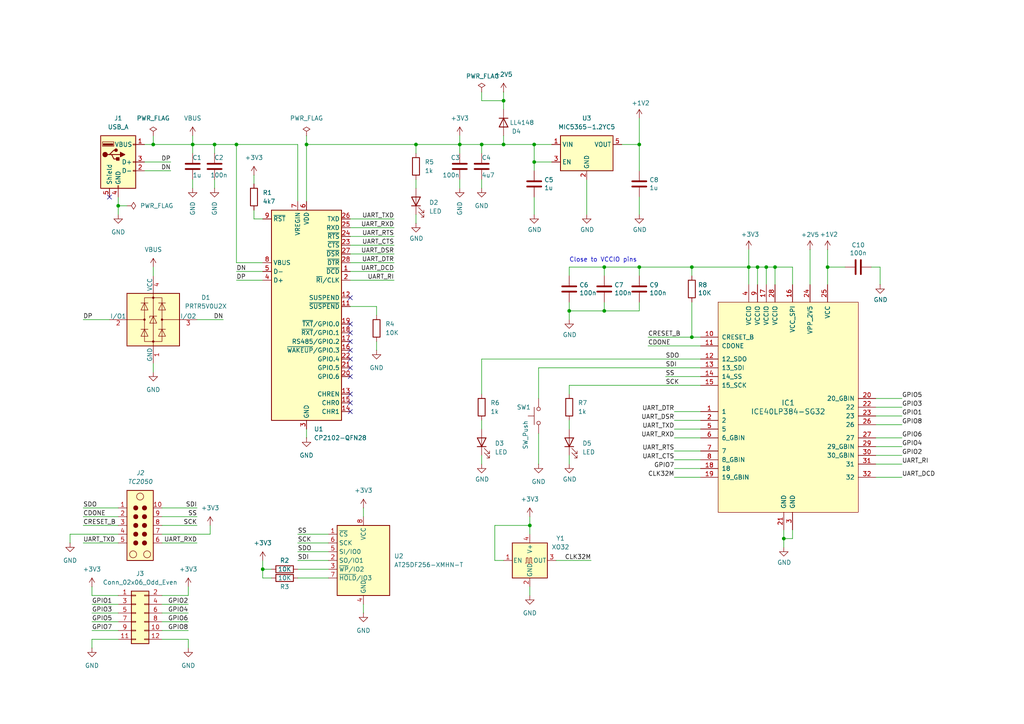
<source format=kicad_sch>
(kicad_sch (version 20250114) (generator "eeschema") (generator_version "9.0")
  (paper "A4")
  (lib_symbols
    (symbol "Connector:TC2050" (in_bom no)
      (property "Reference" "J" (at 1.27 11.43 0))
      (property "Value" "TC2050" (at 1.27 -11.43 0))
      (symbol "TC2050_1_1"
        (rectangle (start -2.54 10.16) (end 5.08 -10.16) (stroke (width 0.254)) (fill (type background)))
        (circle (center -0.762 -8.382) (radius 1.016))
        (circle (center 0 5.08) (radius 0.635) (fill (type outline)))
        (circle (center 0 2.54) (radius 0.635) (fill (type outline)))
        (circle (center 0 0) (radius 0.635) (fill (type outline)))
        (circle (center 0 -2.54) (radius 0.635) (fill (type outline)))
        (circle (center 0 -5.08) (radius 0.635) (fill (type outline)))
        (circle (center 1.27 8.382) (radius 1.016))
        (circle (center 2.54 5.08) (radius 0.635) (fill (type outline)))
        (circle (center 2.54 2.54) (radius 0.635) (fill (type outline)))
        (circle (center 2.54 0) (radius 0.635) (fill (type outline)))
        (circle (center 2.54 -2.54) (radius 0.635) (fill (type outline)))
        (circle (center 2.54 -5.08) (radius 0.635) (fill (type outline)))
        (circle (center 3.302 -8.382) (radius 1.016))
        (pin passive line (at -5.08 5.08 0) (length 2.54) (name "~") (number "1"))
        (pin passive line (at -5.08 2.54 0) (length 2.54) (name "~") (number "2"))
        (pin passive line (at -5.08 0 0) (length 2.54) (name "~") (number "3"))
        (pin passive line (at -5.08 -2.54 0) (length 2.54) (name "~") (number "4"))
        (pin passive line (at -5.08 -5.08 0) (length 2.54) (name "~") (number "5"))
        (pin passive line (at 7.62 5.08 180) (length 2.54) (name "~") (number "10"))
        (pin passive line (at 7.62 2.54 180) (length 2.54) (name "~") (number "9"))
        (pin passive line (at 7.62 0 180) (length 2.54) (name "~") (number "8"))
        (pin passive line (at 7.62 -2.54 180) (length 2.54) (name "~") (number "7"))
        (pin passive line (at 7.62 -5.08 180) (length 2.54) (name "~") (number "6"))
      )
    )
    (symbol "Connector:USB_A" (pin_names (offset 1.016))
      (property "Reference" "J" (at -5.08 11.43 0))
      (property "Value" "USB_A" (at -5.08 8.89 0))
      (symbol "USB_A_0_1"
        (rectangle (start -5.08 -7.62) (end 5.08 7.62) (stroke (width 0.254)) (fill (type background)))
        (circle (center -3.81 2.159) (radius 0.635) (stroke (width 0.254)) (fill (type outline)))
        (polyline (pts (xy -3.175 2.159) (xy -2.54 2.159) (xy -1.27 3.429) (xy -0.635 3.429)) (stroke (width 0.254)))
        (polyline (pts (xy -2.54 2.159) (xy -1.905 2.159) (xy -1.27 0.889) (xy 0 0.889)) (stroke (width 0.254)))
        (rectangle (start -1.524 4.826) (end -4.318 5.334) (fill (type outline)))
        (rectangle (start -1.27 4.572) (end -4.572 5.842))
        (circle (center -0.635 3.429) (radius 0.381) (stroke (width 0.254)) (fill (type outline)))
        (rectangle (start -0.127 -7.62) (end 0.127 -6.858))
        (rectangle (start 0.254 1.27) (end -0.508 0.508) (stroke (width 0.254)) (fill (type outline)))
        (polyline (pts (xy 0.635 2.794) (xy 0.635 1.524) (xy 1.905 2.159) (xy 0.635 2.794)) (stroke (width 0.254)) (fill (type outline)))
        (rectangle (start 5.08 4.953) (end 4.318 5.207))
        (rectangle (start 5.08 -0.127) (end 4.318 0.127))
        (rectangle (start 5.08 -2.667) (end 4.318 -2.413))
      )
      (symbol "USB_A_1_1"
        (polyline (pts (xy -1.905 2.159) (xy 0.635 2.159)) (stroke (width 0.254)))
        (pin passive line (at -2.54 -10.16 90) (length 2.54) (name "Shield") (number "5"))
        (pin power_in line (at 0 -10.16 90) (length 2.54) (name "GND") (number "4"))
        (pin power_in line (at 7.62 5.08 180) (length 2.54) (name "VBUS") (number "1"))
        (pin bidirectional line (at 7.62 0 180) (length 2.54) (name "D+") (number "3"))
        (pin bidirectional line (at 7.62 -2.54 180) (length 2.54) (name "D-") (number "2"))
      )
    )
    (symbol "Connector_Generic:Conn_02x06_Odd_Even" (pin_names (offset 1.016) (hide yes))
      (property "Reference" "J" (at 1.27 7.62 0))
      (property "Value" "Conn_02x06_Odd_Even" (at 1.27 -10.16 0))
      (symbol "Conn_02x06_Odd_Even_1_1"
        (rectangle (start -1.27 6.35) (end 3.81 -8.89) (stroke (width 0.254)) (fill (type background)))
        (rectangle (start -1.27 5.207) (end 0 4.953) (stroke (width 0.1524)))
        (rectangle (start -1.27 2.667) (end 0 2.413) (stroke (width 0.1524)))
        (rectangle (start -1.27 0.127) (end 0 -0.127) (stroke (width 0.1524)))
        (rectangle (start -1.27 -2.413) (end 0 -2.667) (stroke (width 0.1524)))
        (rectangle (start -1.27 -4.953) (end 0 -5.207) (stroke (width 0.1524)))
        (rectangle (start -1.27 -7.493) (end 0 -7.747) (stroke (width 0.1524)))
        (rectangle (start 3.81 5.207) (end 2.54 4.953) (stroke (width 0.1524)))
        (rectangle (start 3.81 2.667) (end 2.54 2.413) (stroke (width 0.1524)))
        (rectangle (start 3.81 0.127) (end 2.54 -0.127) (stroke (width 0.1524)))
        (rectangle (start 3.81 -2.413) (end 2.54 -2.667) (stroke (width 0.1524)))
        (rectangle (start 3.81 -4.953) (end 2.54 -5.207) (stroke (width 0.1524)))
        (rectangle (start 3.81 -7.493) (end 2.54 -7.747) (stroke (width 0.1524)))
        (pin passive line (at -5.08 5.08 0) (length 3.81) (name "Pin_1") (number "1"))
        (pin passive line (at -5.08 2.54 0) (length 3.81) (name "Pin_3") (number "3"))
        (pin passive line (at -5.08 0 0) (length 3.81) (name "Pin_5") (number "5"))
        (pin passive line (at -5.08 -2.54 0) (length 3.81) (name "Pin_7") (number "7"))
        (pin passive line (at -5.08 -5.08 0) (length 3.81) (name "Pin_9") (number "9"))
        (pin passive line (at -5.08 -7.62 0) (length 3.81) (name "Pin_11") (number "11"))
        (pin passive line (at 7.62 5.08 180) (length 3.81) (name "Pin_2") (number "2"))
        (pin passive line (at 7.62 2.54 180) (length 3.81) (name "Pin_4") (number "4"))
        (pin passive line (at 7.62 0 180) (length 3.81) (name "Pin_6") (number "6"))
        (pin passive line (at 7.62 -2.54 180) (length 3.81) (name "Pin_8") (number "8"))
        (pin passive line (at 7.62 -5.08 180) (length 3.81) (name "Pin_10") (number "10"))
        (pin passive line (at 7.62 -7.62 180) (length 3.81) (name "Pin_12") (number "12"))
      )
    )
    (symbol "Device:C" (pin_numbers (hide yes)) (pin_names (offset 0.254))
      (property "Reference" "C" (at 0.635 2.54 0))
      (property "Value" "C" (at 0.635 -2.54 0))
      (symbol "C_0_1"
        (polyline (pts (xy -2.032 0.762) (xy 2.032 0.762)) (stroke (width 0.508)))
        (polyline (pts (xy -2.032 -0.762) (xy 2.032 -0.762)) (stroke (width 0.508)))
      )
      (symbol "C_1_1"
        (pin passive line (at 0 3.81 270) (length 2.794) (name "~") (number "1"))
        (pin passive line (at 0 -3.81 90) (length 2.794) (name "~") (number "2"))
      )
    )
    (symbol "Device:D" (pin_numbers (hide yes)) (pin_names (offset 1.016) (hide yes))
      (property "Reference" "D" (at 0 2.54 0))
      (property "Value" "D" (at 0 -2.54 0))
      (symbol "D_0_1"
        (polyline (pts (xy -1.27 1.27) (xy -1.27 -1.27)) (stroke (width 0.254)))
        (polyline (pts (xy 1.27 1.27) (xy 1.27 -1.27) (xy -1.27 0) (xy 1.27 1.27)) (stroke (width 0.254)))
        (polyline (pts (xy 1.27 0) (xy -1.27 0)))
      )
      (symbol "D_1_1"
        (pin passive line (at -3.81 0 0) (length 2.54) (name "K") (number "1"))
        (pin passive line (at 3.81 0 180) (length 2.54) (name "A") (number "2"))
      )
    )
    (symbol "Device:LED" (pin_numbers (hide yes)) (pin_names (offset 1.016) (hide yes))
      (property "Reference" "D" (at 0 2.54 0))
      (property "Value" "LED" (at 0 -2.54 0))
      (symbol "LED_0_1"
        (polyline (pts (xy -3.048 -0.762) (xy -4.572 -2.286) (xy -3.81 -2.286) (xy -4.572 -2.286) (xy -4.572 -1.524)))
        (polyline (pts (xy -1.778 -0.762) (xy -3.302 -2.286) (xy -2.54 -2.286) (xy -3.302 -2.286) (xy -3.302 -1.524)))
        (polyline (pts (xy -1.27 0) (xy 1.27 0)))
        (polyline (pts (xy -1.27 -1.27) (xy -1.27 1.27)) (stroke (width 0.254)))
        (polyline (pts (xy 1.27 -1.27) (xy 1.27 1.27) (xy -1.27 0) (xy 1.27 -1.27)) (stroke (width 0.254)))
      )
      (symbol "LED_1_1"
        (pin passive line (at -3.81 0 0) (length 2.54) (name "K") (number "1"))
        (pin passive line (at 3.81 0 180) (length 2.54) (name "A") (number "2"))
      )
    )
    (symbol "Device:R" (pin_numbers (hide yes)) (pin_names (offset 0))
      (property "Reference" "R" (at 2.032 0 90))
      (property "Value" "R" (at 0 0 90))
      (symbol "R_0_1"
        (rectangle (start -1.016 -2.54) (end 1.016 2.54) (stroke (width 0.254)))
      )
      (symbol "R_1_1"
        (pin passive line (at 0 3.81 270) (length 1.27) (name "~") (number "1"))
        (pin passive line (at 0 -3.81 90) (length 1.27) (name "~") (number "2"))
      )
    )
    (symbol "Interface_USB:CP2102N-Axx-xQFN28"
      (property "Reference" "U" (at -8.89 31.75 0))
      (property "Value" "CP2102N-Axx-xQFN28" (at 12.7 31.75 0))
      (symbol "CP2102N-Axx-xQFN28_0_1"
        (rectangle (start -10.16 30.48) (end 10.16 -30.48) (stroke (width 0.254)) (fill (type background)))
      )
      (symbol "CP2102N-Axx-xQFN28_1_1"
        (pin input line (at -12.7 27.94 0) (length 2.54) (name "~{RST}") (number "9"))
        (pin input line (at -12.7 15.24 0) (length 2.54) (name "VBUS") (number "8"))
        (pin bidirectional line (at -12.7 12.7 0) (length 2.54) (name "D-") (number "5"))
        (pin bidirectional line (at -12.7 10.16 0) (length 2.54) (name "D+") (number "4"))
        (pin no_connect line (at -10.16 -27.94 0) (length 2.54) (hide yes) (name "NC") (number "10"))
        (pin power_in line (at -2.54 33.02 270) (length 2.54) (name "VREGIN") (number "7"))
        (pin power_in line (at 0 33.02 270) (length 2.54) (name "VDD") (number "6"))
        (pin passive line (at 0 -33.02 90) (length 2.54) (hide yes) (name "GND") (number "29"))
        (pin power_in line (at 0 -33.02 90) (length 2.54) (name "GND") (number "3"))
        (pin output line (at 12.7 27.94 180) (length 2.54) (name "TXD") (number "26"))
        (pin input line (at 12.7 25.4 180) (length 2.54) (name "RXD") (number "25"))
        (pin output line (at 12.7 22.86 180) (length 2.54) (name "~{RTS}") (number "24"))
        (pin input line (at 12.7 20.32 180) (length 2.54) (name "~{CTS}") (number "23"))
        (pin input line (at 12.7 17.78 180) (length 2.54) (name "~{DSR}") (number "27"))
        (pin output line (at 12.7 15.24 180) (length 2.54) (name "~{DTR}") (number "28"))
        (pin input line (at 12.7 12.7 180) (length 2.54) (name "~{DCD}") (number "1"))
        (pin bidirectional line (at 12.7 10.16 180) (length 2.54) (name "~{RI}/CLK") (number "2"))
        (pin output line (at 12.7 5.08 180) (length 2.54) (name "SUSPEND") (number "12"))
        (pin output line (at 12.7 2.54 180) (length 2.54) (name "~{SUSPEND}") (number "11"))
        (pin bidirectional line (at 12.7 -2.54 180) (length 2.54) (name "~{TXT}/GPIO.0") (number "19"))
        (pin bidirectional line (at 12.7 -5.08 180) (length 2.54) (name "~{RXT}/GPIO.1") (number "18"))
        (pin bidirectional line (at 12.7 -7.62 180) (length 2.54) (name "RS485/GPIO.2") (number "17"))
        (pin bidirectional line (at 12.7 -10.16 180) (length 2.54) (name "~{WAKEUP}/GPIO.3") (number "16"))
        (pin bidirectional line (at 12.7 -12.7 180) (length 2.54) (name "GPIO.4") (number "22"))
        (pin bidirectional line (at 12.7 -15.24 180) (length 2.54) (name "GPIO.5") (number "21"))
        (pin bidirectional line (at 12.7 -17.78 180) (length 2.54) (name "GPIO.6") (number "20"))
        (pin output line (at 12.7 -22.86 180) (length 2.54) (name "CHREN") (number "13"))
        (pin output line (at 12.7 -25.4 180) (length 2.54) (name "CHR0") (number "15"))
        (pin output line (at 12.7 -27.94 180) (length 2.54) (name "CHR1") (number "14"))
      )
    )
    (symbol "Memory_Flash:AT25SF081-SSHD-X"
      (property "Reference" "U" (at -6.35 11.43 0))
      (property "Value" "AT25SF081-SSHD-X" (at 11.43 11.43 0))
      (symbol "AT25SF081-SSHD-X_0_1"
        (rectangle (start -7.62 10.16) (end 7.62 -10.16) (stroke (width 0.254)) (fill (type background)))
      )
      (symbol "AT25SF081-SSHD-X_1_1"
        (pin input line (at -10.16 7.62 0) (length 2.54) (name "~{CS}") (number "1"))
        (pin input line (at -10.16 5.08 0) (length 2.54) (name "SCK") (number "6"))
        (pin bidirectional line (at -10.16 2.54 0) (length 2.54) (name "SI/IO0") (number "5"))
        (pin bidirectional line (at -10.16 0 0) (length 2.54) (name "SO/IO1") (number "2"))
        (pin bidirectional line (at -10.16 -2.54 0) (length 2.54) (name "~{WP}/IO2") (number "3"))
        (pin bidirectional line (at -10.16 -5.08 0) (length 2.54) (name "~{HOLD}/IO3") (number "7"))
        (pin power_in line (at 0 12.7 270) (length 2.54) (name "VCC") (number "8"))
        (pin power_in line (at 0 -12.7 90) (length 2.54) (name "GND") (number "4"))
      )
    )
    (symbol "Oscillator:XO32" (pin_names (offset 0.254))
      (property "Reference" "Y" (at -5.08 6.35 0))
      (property "Value" "XO32" (at 1.27 -6.35 0))
      (symbol "XO32_0_1"
        (rectangle (start -5.08 5.08) (end 5.08 -5.08) (stroke (width 0.254)) (fill (type background)))
        (polyline (pts (xy -1.27 -0.762) (xy -1.016 -0.762) (xy -1.016 0.762) (xy -0.508 0.762) (xy -0.508 -0.762) (xy 0 -0.762) (xy 0 0.762) (xy 0.508 0.762) (xy 0.508 -0.762) (xy 0.762 -0.762)))
      )
      (symbol "XO32_1_1"
        (pin input line (at -7.62 0 0) (length 2.54) (name "EN") (number "1"))
        (pin power_in line (at 0 7.62 270) (length 2.54) (name "V+") (number "4"))
        (pin power_in line (at 0 -7.62 90) (length 2.54) (name "GND") (number "2"))
        (pin output line (at 7.62 0 180) (length 2.54) (name "OUT") (number "3"))
      )
    )
    (symbol "Power_Protection:PRTR5V0U2X" (pin_names (offset 0))
      (property "Reference" "D" (at 2.794 8.636 0))
      (property "Value" "PRTR5V0U2X" (at 8.128 -9.398 0))
      (symbol "PRTR5V0U2X_0_1"
        (rectangle (start -7.62 -7.62) (end 7.62 7.62) (stroke (width 0.254)) (fill (type background)))
        (polyline (pts (xy -3.556 2.794) (xy -1.524 2.794) (xy -2.54 4.826) (xy -3.556 2.794)))
        (polyline (pts (xy -3.556 -4.826) (xy -1.524 -4.826) (xy -2.54 -2.794) (xy -3.556 -4.826)))
        (rectangle (start -2.54 6.35) (end 2.54 -6.35))
        (circle (center -2.54 0) (radius 0.254) (fill (type outline)))
        (polyline (pts (xy -2.54 0) (xy -7.62 0)))
        (polyline (pts (xy -1.524 4.826) (xy -3.556 4.826)))
        (polyline (pts (xy -1.524 -2.794) (xy -3.556 -2.794)))
        (polyline (pts (xy -1.016 -1.016) (xy 1.016 -1.016) (xy 0 1.016) (xy -1.016 -1.016)))
        (circle (center 0 6.35) (radius 0.254) (fill (type outline)))
        (circle (center 0 -6.35) (radius 0.254) (fill (type outline)))
        (polyline (pts (xy 0 -7.62) (xy 0 7.62)))
        (polyline (pts (xy 1.016 1.016) (xy -1.016 1.016) (xy -1.016 0.508)))
        (polyline (pts (xy 1.524 4.826) (xy 3.556 4.826)))
        (polyline (pts (xy 1.524 -2.794) (xy 3.556 -2.794)))
        (polyline (pts (xy 2.54 0) (xy 7.62 0)))
        (circle (center 2.54 0) (radius 0.254) (fill (type outline)))
        (polyline (pts (xy 3.556 2.794) (xy 1.524 2.794) (xy 2.54 4.826) (xy 3.556 2.794)))
        (polyline (pts (xy 3.556 -4.826) (xy 1.524 -4.826) (xy 2.54 -2.794) (xy 3.556 -4.826)))
      )
      (symbol "PRTR5V0U2X_1_1"
        (pin passive line (at -12.7 0 0) (length 5.08) (name "I/O1") (number "2"))
        (pin passive line (at 0 12.7 270) (length 5.08) (name "VCC") (number "4"))
        (pin passive line (at 0 -12.7 90) (length 5.08) (name "GND") (number "1"))
        (pin passive line (at 12.7 0 180) (length 5.08) (name "I/O2") (number "3"))
      )
    )
    (symbol "Regulator_Linear:MIC5365-1.2YC5"
      (property "Reference" "U" (at -6.35 6.35 0))
      (property "Value" "MIC5365-1.2YC5" (at 0 6.35 0))
      (symbol "MIC5365-1.2YC5_0_1"
        (rectangle (start -7.62 -5.08) (end 7.62 5.08) (stroke (width 0.254)) (fill (type background)))
      )
      (symbol "MIC5365-1.2YC5_1_1"
        (pin power_in line (at -10.16 2.54 0) (length 2.54) (name "VIN") (number "1"))
        (pin input line (at -10.16 -2.54 0) (length 2.54) (name "EN") (number "3"))
        (pin power_in line (at 0 -7.62 90) (length 2.54) (name "GND") (number "2"))
        (pin no_connect line (at 7.62 -2.54 180) (length 2.54) (hide yes) (name "NC") (number "4"))
        (pin power_out line (at 10.16 2.54 180) (length 2.54) (name "VOUT") (number "5"))
      )
    )
    (symbol "Switch:SW_Push" (pin_numbers (hide yes)) (pin_names (offset 1.016) (hide yes))
      (property "Reference" "SW" (at 1.27 2.54 0))
      (property "Value" "SW_Push" (at 0 -1.524 0))
      (symbol "SW_Push_0_1"
        (circle (center -2.032 0) (radius 0.508))
        (polyline (pts (xy 0 1.27) (xy 0 3.048)))
        (circle (center 2.032 0) (radius 0.508))
        (polyline (pts (xy 2.54 1.27) (xy -2.54 1.27)))
        (pin passive line (at -5.08 0 0) (length 2.54) (name "1") (number "1"))
        (pin passive line (at 5.08 0 180) (length 2.54) (name "2") (number "2"))
      )
    )
    (symbol "lattice_fpga:ICE40LP384-SG32" (pin_names (offset 1.016))
      (property "Reference" "IC" (at 0 -2.54 0))
      (property "Value" "ICE40LP384-SG32" (at 0 0 0))
      (symbol "ICE40LP384-SG32_0_1"
        (rectangle (start -20.32 30.48) (end 20.32 -30.48) (fill (type background)))
      )
      (symbol "ICE40LP384-SG32_1_1"
        (pin input line (at -25.4 20.32 0) (length 5.08) (name "CRESET_B") (number "10"))
        (pin bidirectional line (at -25.4 17.78 0) (length 5.08) (name "CDONE") (number "11"))
        (pin bidirectional line (at -25.4 13.97 0) (length 5.08) (name "12_SDO") (number "12"))
        (pin bidirectional line (at -25.4 11.43 0) (length 5.08) (name "13_SDI") (number "13"))
        (pin bidirectional line (at -25.4 8.89 0) (length 5.08) (name "14_SS") (number "14"))
        (pin bidirectional line (at -25.4 6.35 0) (length 5.08) (name "15_SCK") (number "15"))
        (pin bidirectional line (at -25.4 -1.27 0) (length 5.08) (name "1") (number "1"))
        (pin bidirectional line (at -25.4 -3.81 0) (length 5.08) (name "2") (number "2"))
        (pin bidirectional line (at -25.4 -6.35 0) (length 5.08) (name "5") (number "5"))
        (pin bidirectional line (at -25.4 -8.89 0) (length 5.08) (name "6_GBIN") (number "6"))
        (pin bidirectional line (at -25.4 -12.7 0) (length 5.08) (name "7") (number "7"))
        (pin bidirectional line (at -25.4 -15.24 0) (length 5.08) (name "8_GBIN") (number "8"))
        (pin bidirectional line (at -25.4 -17.78 0) (length 5.08) (name "18") (number "18"))
        (pin bidirectional line (at -25.4 -20.32 0) (length 5.08) (name "19_GBIN") (number "19"))
        (pin power_in line (at -11.43 35.56 270) (length 5.08) (name "VCCIO") (number "4"))
        (pin power_in line (at -8.89 35.56 270) (length 5.08) (name "VCCIO") (number "9"))
        (pin power_in line (at -6.35 35.56 270) (length 5.08) (name "VCCIO") (number "17"))
        (pin power_in line (at -3.81 35.56 270) (length 5.08) (name "VCCIO") (number "28"))
        (pin power_in line (at -1.27 -35.56 90) (length 5.08) (name "GND") (number "21"))
        (pin power_in line (at 1.27 35.56 270) (length 5.08) (name "VCC_SPI") (number "16"))
        (pin power_in line (at 1.27 -35.56 90) (length 5.08) (name "GND") (number "3"))
        (pin no_connect non_logic (at 3.81 -35.56 90) (length 5.08) (hide yes) (name "center_pad") (number "33"))
        (pin power_in line (at 6.35 35.56 270) (length 5.08) (name "VPP_2V5") (number "24"))
        (pin power_in line (at 11.43 35.56 270) (length 5.08) (name "VCC") (number "25"))
        (pin bidirectional line (at 25.4 2.54 180) (length 5.08) (name "20_GBIN") (number "20"))
        (pin bidirectional line (at 25.4 0 180) (length 5.08) (name "22") (number "22"))
        (pin bidirectional line (at 25.4 -2.54 180) (length 5.08) (name "23") (number "23"))
        (pin bidirectional line (at 25.4 -5.08 180) (length 5.08) (name "26") (number "26"))
        (pin bidirectional line (at 25.4 -8.89 180) (length 5.08) (name "27") (number "27"))
        (pin bidirectional line (at 25.4 -11.43 180) (length 5.08) (name "29_GBIN") (number "29"))
        (pin bidirectional line (at 25.4 -13.97 180) (length 5.08) (name "30_GBIN") (number "30"))
        (pin bidirectional line (at 25.4 -16.51 180) (length 5.08) (name "31") (number "31"))
        (pin bidirectional line (at 25.4 -20.32 180) (length 5.08) (name "32") (number "32"))
      )
    )
    (symbol "power:+1V2" (power) (pin_numbers (hide yes)) (pin_names (offset 0) (hide yes))
      (property "Value" "+1V2" (at 0 3.556 0))
      (symbol "+1V2_0_1"
        (polyline (pts (xy -0.762 1.27) (xy 0 2.54)))
        (polyline (pts (xy 0 2.54) (xy 0.762 1.27)))
        (polyline (pts (xy 0 0) (xy 0 2.54)))
      )
      (symbol "+1V2_1_1"
        (pin power_in line (at 0 0 90) (length 0) (name "~") (number "1"))
      )
    )
    (symbol "power:+2V5" (power) (pin_numbers (hide yes)) (pin_names (offset 0) (hide yes))
      (property "Value" "+2V5" (at 0 3.556 0))
      (symbol "+2V5_0_1"
        (polyline (pts (xy -0.762 1.27) (xy 0 2.54)))
        (polyline (pts (xy 0 2.54) (xy 0.762 1.27)))
        (polyline (pts (xy 0 0) (xy 0 2.54)))
      )
      (symbol "+2V5_1_1"
        (pin power_in line (at 0 0 90) (length 0) (name "~") (number "1"))
      )
    )
    (symbol "power:+3V3" (power) (pin_numbers (hide yes)) (pin_names (offset 0) (hide yes))
      (property "Value" "+3V3" (at 0 3.556 0))
      (symbol "+3V3_0_1"
        (polyline (pts (xy -0.762 1.27) (xy 0 2.54)))
        (polyline (pts (xy 0 2.54) (xy 0.762 1.27)))
        (polyline (pts (xy 0 0) (xy 0 2.54)))
      )
      (symbol "+3V3_1_1"
        (pin power_in line (at 0 0 90) (length 0) (name "~") (number "1"))
      )
    )
    (symbol "power:GND" (power) (pin_numbers (hide yes)) (pin_names (offset 0) (hide yes))
      (property "Value" "GND" (at 0 -3.81 0))
      (symbol "GND_0_1"
        (polyline (pts (xy 0 0) (xy 0 -1.27) (xy 1.27 -1.27) (xy 0 -2.54) (xy -1.27 -1.27) (xy 0 -1.27)))
      )
      (symbol "GND_1_1"
        (pin power_in line (at 0 0 270) (length 0) (name "~") (number "1"))
      )
    )
    (symbol "power:PWR_FLAG" (power) (pin_numbers (hide yes)) (pin_names (offset 0) (hide yes))
      (property "Value" "PWR_FLAG" (at 0 3.81 0))
      (symbol "PWR_FLAG_0_0"
        (pin power_out line (at 0 0 90) (length 0) (name "~") (number "1"))
      )
      (symbol "PWR_FLAG_0_1"
        (polyline (pts (xy 0 0) (xy 0 1.27) (xy -1.016 1.905) (xy 0 2.54) (xy 1.016 1.905) (xy 0 1.27)))
      )
    )
    (symbol "power:VBUS" (power) (pin_numbers (hide yes)) (pin_names (offset 0) (hide yes))
      (property "Value" "VBUS" (at 0 3.556 0))
      (symbol "VBUS_0_1"
        (polyline (pts (xy -0.762 1.27) (xy 0 2.54)))
        (polyline (pts (xy 0 2.54) (xy 0.762 1.27)))
        (polyline (pts (xy 0 0) (xy 0 2.54)))
      )
      (symbol "VBUS_1_1"
        (pin power_in line (at 0 0 90) (length 0) (name "~") (number "1"))
      )
    )
  )
  (text "Close to VCCIO pins" (at 165.1 76.2 0) (effects (font (size 1.27 1.27)) (justify left bottom)))
  (junction (at 224.79 77.47))
  (junction (at 68.58 41.91))
  (junction (at 55.88 41.91))
  (junction (at 217.17 77.47))
  (junction (at 222.25 77.47))
  (junction (at 133.35 41.91))
  (junction (at 200.66 97.79))
  (junction (at 153.67 152.4))
  (junction (at 62.23 41.91))
  (junction (at 154.94 46.99))
  (junction (at 154.94 41.91))
  (junction (at 120.65 41.91))
  (junction (at 76.2 165.1))
  (junction (at 165.1 90.17))
  (junction (at 185.42 41.91))
  (junction (at 175.26 90.17))
  (junction (at 44.45 41.91))
  (junction (at 34.29 59.69))
  (junction (at 200.66 77.47))
  (junction (at 185.42 77.47))
  (junction (at 146.05 29.21))
  (junction (at 139.7 41.91))
  (junction (at 227.33 156.21))
  (junction (at 146.05 41.91))
  (junction (at 219.71 77.47))
  (junction (at 175.26 77.47))
  (junction (at 240.03 77.47))
  (junction (at 88.9 41.91))
  (no_connect (at 101.6 93.98))
  (no_connect (at 101.6 109.22))
  (no_connect (at 101.6 104.14))
  (no_connect (at 101.6 106.68))
  (no_connect (at 101.6 96.52))
  (no_connect (at 101.6 99.06))
  (no_connect (at 101.6 114.3))
  (no_connect (at 31.75 57.15))
  (no_connect (at 101.6 86.36))
  (no_connect (at 101.6 101.6))
  (no_connect (at 101.6 116.84))
  (no_connect (at 101.6 119.38))
  (wire (pts (xy 20.32 157.48) (xy 20.32 154.94)))
  (wire (pts (xy 101.6 66.04) (xy 114.3 66.04)))
  (wire (pts (xy 203.2 130.81) (xy 195.58 130.81)))
  (wire (pts (xy 254 129.54) (xy 261.62 129.54)))
  (wire (pts (xy 34.29 59.69) (xy 34.29 62.23)))
  (wire (pts (xy 219.71 77.47) (xy 219.71 82.55)))
  (wire (pts (xy 139.7 41.91) (xy 146.05 41.91)))
  (wire (pts (xy 46.99 149.86) (xy 57.15 149.86)))
  (wire (pts (xy 120.65 52.07) (xy 120.65 54.61)))
  (wire (pts (xy 46.99 147.32) (xy 57.15 147.32)))
  (wire (pts (xy 24.13 147.32) (xy 34.29 147.32)))
  (wire (pts (xy 222.25 77.47) (xy 222.25 82.55)))
  (wire (pts (xy 254 120.65) (xy 261.62 120.65)))
  (wire (pts (xy 26.67 187.96) (xy 26.67 185.42)))
  (wire (pts (xy 133.35 52.07) (xy 133.35 54.61)))
  (wire (pts (xy 203.2 135.89) (xy 195.58 135.89)))
  (wire (pts (xy 120.65 41.91) (xy 133.35 41.91)))
  (wire (pts (xy 156.21 106.68) (xy 156.21 115.57)))
  (wire (pts (xy 133.35 39.37) (xy 133.35 41.91)))
  (wire (pts (xy 227.33 153.67) (xy 227.33 156.21)))
  (wire (pts (xy 154.94 41.91) (xy 160.02 41.91)))
  (wire (pts (xy 86.36 165.1) (xy 95.25 165.1)))
  (wire (pts (xy 203.2 97.79) (xy 200.66 97.79)))
  (wire (pts (xy 139.7 121.92) (xy 139.7 124.46)))
  (wire (pts (xy 44.45 41.91) (xy 55.88 41.91)))
  (wire (pts (xy 86.36 154.94) (xy 95.25 154.94)))
  (wire (pts (xy 165.1 132.08) (xy 165.1 134.62)))
  (wire (pts (xy 68.58 78.74) (xy 76.2 78.74)))
  (wire (pts (xy 26.67 170.18) (xy 26.67 172.72)))
  (wire (pts (xy 146.05 26.67) (xy 146.05 29.21)))
  (wire (pts (xy 165.1 121.92) (xy 165.1 124.46)))
  (wire (pts (xy 224.79 77.47) (xy 222.25 77.47)))
  (wire (pts (xy 26.67 172.72) (xy 34.29 172.72)))
  (wire (pts (xy 34.29 57.15) (xy 34.29 59.69)))
  (wire (pts (xy 86.36 162.56) (xy 95.25 162.56)))
  (wire (pts (xy 73.66 63.5) (xy 76.2 63.5)))
  (wire (pts (xy 170.18 62.23) (xy 170.18 52.07)))
  (wire (pts (xy 219.71 77.47) (xy 217.17 77.47)))
  (wire (pts (xy 101.6 81.28) (xy 114.3 81.28)))
  (wire (pts (xy 200.66 97.79) (xy 200.66 87.63)))
  (wire (pts (xy 224.79 77.47) (xy 224.79 82.55)))
  (wire (pts (xy 224.79 77.47) (xy 229.87 77.47)))
  (wire (pts (xy 254 138.43) (xy 261.62 138.43)))
  (wire (pts (xy 203.2 119.38) (xy 195.58 119.38)))
  (wire (pts (xy 88.9 39.37) (xy 88.9 41.91)))
  (wire (pts (xy 227.33 156.21) (xy 229.87 156.21)))
  (wire (pts (xy 26.67 177.8) (xy 34.29 177.8)))
  (wire (pts (xy 185.42 49.53) (xy 185.42 41.91)))
  (wire (pts (xy 139.7 114.3) (xy 139.7 104.14)))
  (wire (pts (xy 165.1 77.47) (xy 175.26 77.47)))
  (wire (pts (xy 34.29 59.69) (xy 36.83 59.69)))
  (wire (pts (xy 139.7 132.08) (xy 139.7 134.62)))
  (wire (pts (xy 229.87 156.21) (xy 229.87 153.67)))
  (wire (pts (xy 41.91 41.91) (xy 44.45 41.91)))
  (wire (pts (xy 101.6 88.9) (xy 109.22 88.9)))
  (wire (pts (xy 86.36 167.64) (xy 95.25 167.64)))
  (wire (pts (xy 101.6 71.12) (xy 114.3 71.12)))
  (wire (pts (xy 254 118.11) (xy 261.62 118.11)))
  (wire (pts (xy 46.99 152.4) (xy 57.15 152.4)))
  (wire (pts (xy 46.99 172.72) (xy 54.61 172.72)))
  (wire (pts (xy 254 123.19) (xy 261.62 123.19)))
  (wire (pts (xy 76.2 165.1) (xy 76.2 167.64)))
  (wire (pts (xy 165.1 87.63) (xy 165.1 90.17)))
  (wire (pts (xy 46.99 182.88) (xy 54.61 182.88)))
  (wire (pts (xy 175.26 80.01) (xy 175.26 77.47)))
  (wire (pts (xy 46.99 154.94) (xy 60.96 154.94)))
  (wire (pts (xy 62.23 52.07) (xy 62.23 54.61)))
  (wire (pts (xy 60.96 152.4) (xy 60.96 154.94)))
  (wire (pts (xy 154.94 49.53) (xy 154.94 46.99)))
  (wire (pts (xy 55.88 41.91) (xy 55.88 44.45)))
  (wire (pts (xy 46.99 157.48) (xy 57.15 157.48)))
  (wire (pts (xy 254 115.57) (xy 261.62 115.57)))
  (wire (pts (xy 109.22 88.9) (xy 109.22 91.44)))
  (wire (pts (xy 139.7 41.91) (xy 139.7 44.45)))
  (wire (pts (xy 24.13 157.48) (xy 34.29 157.48)))
  (wire (pts (xy 255.27 77.47) (xy 255.27 82.55)))
  (wire (pts (xy 203.2 133.35) (xy 195.58 133.35)))
  (wire (pts (xy 175.26 90.17) (xy 185.42 90.17)))
  (wire (pts (xy 165.1 90.17) (xy 165.1 92.71)))
  (wire (pts (xy 185.42 80.01) (xy 185.42 77.47)))
  (wire (pts (xy 46.99 175.26) (xy 54.61 175.26)))
  (wire (pts (xy 41.91 49.53) (xy 49.53 49.53)))
  (wire (pts (xy 165.1 90.17) (xy 175.26 90.17)))
  (wire (pts (xy 200.66 77.47) (xy 217.17 77.47)))
  (wire (pts (xy 101.6 76.2) (xy 114.3 76.2)))
  (wire (pts (xy 88.9 41.91) (xy 120.65 41.91)))
  (wire (pts (xy 73.66 60.96) (xy 73.66 63.5)))
  (wire (pts (xy 161.29 162.56) (xy 171.45 162.56)))
  (wire (pts (xy 44.45 105.41) (xy 44.45 107.95)))
  (wire (pts (xy 240.03 77.47) (xy 245.11 77.47)))
  (wire (pts (xy 234.95 72.39) (xy 234.95 82.55)))
  (wire (pts (xy 153.67 152.4) (xy 143.51 152.4)))
  (wire (pts (xy 217.17 77.47) (xy 217.17 82.55)))
  (wire (pts (xy 105.41 175.26) (xy 105.41 177.8)))
  (wire (pts (xy 185.42 62.23) (xy 185.42 57.15)))
  (wire (pts (xy 120.65 62.23) (xy 120.65 64.77)))
  (wire (pts (xy 143.51 162.56) (xy 146.05 162.56)))
  (wire (pts (xy 200.66 80.01) (xy 200.66 77.47)))
  (wire (pts (xy 88.9 124.46) (xy 88.9 127)))
  (wire (pts (xy 146.05 29.21) (xy 146.05 31.75)))
  (wire (pts (xy 101.6 73.66) (xy 114.3 73.66)))
  (wire (pts (xy 227.33 156.21) (xy 227.33 158.75)))
  (wire (pts (xy 54.61 170.18) (xy 54.61 172.72)))
  (wire (pts (xy 153.67 170.18) (xy 153.67 172.72)))
  (wire (pts (xy 254 134.62) (xy 261.62 134.62)))
  (wire (pts (xy 86.36 160.02) (xy 95.25 160.02)))
  (wire (pts (xy 165.1 111.76) (xy 203.2 111.76)))
  (wire (pts (xy 175.26 77.47) (xy 185.42 77.47)))
  (wire (pts (xy 254 132.08) (xy 261.62 132.08)))
  (wire (pts (xy 24.13 92.71) (xy 31.75 92.71)))
  (wire (pts (xy 34.29 180.34) (xy 26.67 180.34)))
  (wire (pts (xy 222.25 77.47) (xy 219.71 77.47)))
  (wire (pts (xy 44.45 39.37) (xy 44.45 41.91)))
  (wire (pts (xy 203.2 121.92) (xy 195.58 121.92)))
  (wire (pts (xy 240.03 72.39) (xy 240.03 77.47)))
  (wire (pts (xy 24.13 149.86) (xy 34.29 149.86)))
  (wire (pts (xy 133.35 41.91) (xy 139.7 41.91)))
  (wire (pts (xy 26.67 175.26) (xy 34.29 175.26)))
  (wire (pts (xy 86.36 41.91) (xy 86.36 58.42)))
  (wire (pts (xy 146.05 41.91) (xy 154.94 41.91)))
  (wire (pts (xy 76.2 167.64) (xy 78.74 167.64)))
  (wire (pts (xy 139.7 26.67) (xy 139.7 29.21)))
  (wire (pts (xy 139.7 52.07) (xy 139.7 54.61)))
  (wire (pts (xy 101.6 63.5) (xy 114.3 63.5)))
  (wire (pts (xy 20.32 154.94) (xy 34.29 154.94)))
  (wire (pts (xy 240.03 77.47) (xy 240.03 82.55)))
  (wire (pts (xy 55.88 41.91) (xy 62.23 41.91)))
  (wire (pts (xy 24.13 152.4) (xy 34.29 152.4)))
  (wire (pts (xy 187.96 100.33) (xy 203.2 100.33)))
  (wire (pts (xy 252.73 77.47) (xy 255.27 77.47)))
  (wire (pts (xy 101.6 78.74) (xy 114.3 78.74)))
  (wire (pts (xy 153.67 149.86) (xy 153.67 152.4)))
  (wire (pts (xy 217.17 72.39) (xy 217.17 77.47)))
  (wire (pts (xy 203.2 138.43) (xy 195.58 138.43)))
  (wire (pts (xy 146.05 39.37) (xy 146.05 41.91)))
  (wire (pts (xy 101.6 68.58) (xy 114.3 68.58)))
  (wire (pts (xy 46.99 180.34) (xy 54.61 180.34)))
  (wire (pts (xy 54.61 185.42) (xy 54.61 187.96)))
  (wire (pts (xy 185.42 77.47) (xy 200.66 77.47)))
  (wire (pts (xy 254 127) (xy 261.62 127)))
  (wire (pts (xy 105.41 147.32) (xy 105.41 149.86)))
  (wire (pts (xy 139.7 29.21) (xy 146.05 29.21)))
  (wire (pts (xy 180.34 41.91) (xy 185.42 41.91)))
  (wire (pts (xy 46.99 177.8) (xy 54.61 177.8)))
  (wire (pts (xy 68.58 81.28) (xy 76.2 81.28)))
  (wire (pts (xy 55.88 41.91) (xy 55.88 39.37)))
  (wire (pts (xy 73.66 50.8) (xy 73.66 53.34)))
  (wire (pts (xy 203.2 124.46) (xy 195.58 124.46)))
  (wire (pts (xy 156.21 106.68) (xy 203.2 106.68)))
  (wire (pts (xy 62.23 41.91) (xy 62.23 44.45)))
  (wire (pts (xy 203.2 127) (xy 195.58 127)))
  (wire (pts (xy 187.96 97.79) (xy 200.66 97.79)))
  (wire (pts (xy 133.35 41.91) (xy 133.35 44.45)))
  (wire (pts (xy 154.94 62.23) (xy 154.94 57.15)))
  (wire (pts (xy 154.94 41.91) (xy 154.94 46.99)))
  (wire (pts (xy 68.58 41.91) (xy 68.58 76.2)))
  (wire (pts (xy 41.91 46.99) (xy 49.53 46.99)))
  (wire (pts (xy 175.26 90.17) (xy 175.26 87.63)))
  (wire (pts (xy 143.51 152.4) (xy 143.51 162.56)))
  (wire (pts (xy 120.65 41.91) (xy 120.65 44.45)))
  (wire (pts (xy 185.42 41.91) (xy 185.42 34.29)))
  (wire (pts (xy 229.87 77.47) (xy 229.87 82.55)))
  (wire (pts (xy 185.42 90.17) (xy 185.42 87.63)))
  (wire (pts (xy 88.9 41.91) (xy 88.9 58.42)))
  (wire (pts (xy 55.88 52.07) (xy 55.88 54.61)))
  (wire (pts (xy 26.67 182.88) (xy 34.29 182.88)))
  (wire (pts (xy 68.58 41.91) (xy 62.23 41.91)))
  (wire (pts (xy 165.1 80.01) (xy 165.1 77.47)))
  (wire (pts (xy 68.58 76.2) (xy 76.2 76.2)))
  (wire (pts (xy 44.45 77.47) (xy 44.45 80.01)))
  (wire (pts (xy 68.58 41.91) (xy 86.36 41.91)))
  (wire (pts (xy 156.21 125.73) (xy 156.21 134.62)))
  (wire (pts (xy 26.67 185.42) (xy 34.29 185.42)))
  (wire (pts (xy 109.22 99.06) (xy 109.22 101.6)))
  (wire (pts (xy 76.2 162.56) (xy 76.2 165.1)))
  (wire (pts (xy 46.99 185.42) (xy 54.61 185.42)))
  (wire (pts (xy 193.04 109.22) (xy 203.2 109.22)))
  (wire (pts (xy 78.74 165.1) (xy 76.2 165.1)))
  (wire (pts (xy 165.1 111.76) (xy 165.1 114.3)))
  (wire (pts (xy 153.67 152.4) (xy 153.67 154.94)))
  (wire (pts (xy 86.36 157.48) (xy 95.25 157.48)))
  (wire (pts (xy 154.94 46.99) (xy 160.02 46.99)))
  (wire (pts (xy 139.7 104.14) (xy 203.2 104.14)))
  (wire (pts (xy 57.15 92.71) (xy 64.77 92.71)))
  (label "SDO" (at 86.36 160.02 0))
  (label "UART_DCD" (at 114.3 78.74 180))
  (label "CDONE" (at 187.96 100.33 0))
  (label "GPIO7" (at 26.67 182.88 0))
  (label "SDO" (at 24.13 147.32 0))
  (label "GPIO7" (at 195.58 135.89 180))
  (label "SDO" (at 193.04 104.14 0))
  (label "GPIO1" (at 261.62 120.65 0))
  (label "DP" (at 49.53 46.99 180))
  (label "CLK32M" (at 171.45 162.56 180))
  (label "SCK" (at 57.15 152.4 180))
  (label "UART_RXD" (at 57.15 157.48 180))
  (label "UART_RI" (at 114.3 81.28 180))
  (label "UART_RTS" (at 114.3 68.58 180))
  (label "DN" (at 64.77 92.71 180))
  (label "GPIO8" (at 54.61 182.88 180))
  (label "GPIO3" (at 261.62 118.11 0))
  (label "GPIO8" (at 261.62 123.19 0))
  (label "SDI" (at 86.36 162.56 0))
  (label "UART_DSR" (at 195.58 121.92 180))
  (label "DP" (at 68.58 81.28 0))
  (label "UART_DSR" (at 114.3 73.66 180))
  (label "CDONE" (at 24.13 149.86 0))
  (label "GPIO4" (at 261.62 129.54 0))
  (label "SS" (at 193.04 109.22 0))
  (label "GPIO6" (at 54.61 180.34 180))
  (label "UART_CTS" (at 114.3 71.12 180))
  (label "UART_RI" (at 261.62 134.62 0))
  (label "GPIO6" (at 261.62 127 0))
  (label "UART_TXD" (at 195.58 124.46 180))
  (label "SCK" (at 86.36 157.48 0))
  (label "SS" (at 57.15 149.86 180))
  (label "CRESET_B" (at 24.13 152.4 0))
  (label "GPIO4" (at 54.61 177.8 180))
  (label "GPIO5" (at 261.62 115.57 0))
  (label "UART_RTS" (at 195.58 130.81 180))
  (label "GPIO1" (at 26.67 175.26 0))
  (label "SDI" (at 193.04 106.68 0))
  (label "UART_RXD" (at 114.3 66.04 180))
  (label "GPIO5" (at 26.67 180.34 0))
  (label "CLK32M" (at 195.58 138.43 180))
  (label "GPIO2" (at 54.61 175.26 180))
  (label "UART_DTR" (at 114.3 76.2 180))
  (label "SDI" (at 57.15 147.32 180))
  (label "GPIO2" (at 261.62 132.08 0))
  (label "DN" (at 49.53 49.53 180))
  (label "CRESET_B" (at 187.96 97.79 0))
  (label "GPIO3" (at 26.67 177.8 0))
  (label "UART_CTS" (at 195.58 133.35 180))
  (label "DP" (at 24.13 92.71 0))
  (label "UART_DCD" (at 261.62 138.43 0))
  (label "UART_RXD" (at 195.58 127 180))
  (label "SS" (at 86.36 154.94 0))
  (label "UART_TXD" (at 24.13 157.48 0))
  (label "UART_DTR" (at 195.58 119.38 180))
  (label "DN" (at 68.58 78.74 0))
  (label "SCK" (at 193.04 111.76 0))
  (label "UART_TXD" (at 114.3 63.5 180))
  (symbol (lib_id "power:GND") (at 170.18 62.23 0) (unit 1)
    (property "Reference" "#PWR031" (effects (hide yes)))
    (property "Value" "GND" (at 170.307 66.6242 0))
  )
  (symbol (lib_id "power:GND") (at 227.33 158.75 0) (unit 1)
    (property "Reference" "#PWR035" (effects (hide yes)))
    (property "Value" "GND" (at 227.457 163.1442 0))
  )
  (symbol (lib_id "power:+3V3") (at 217.17 72.39 0) (unit 1)
    (property "Reference" "#PWR034" (effects (hide yes)))
    (property "Value" "+3V3" (at 217.551 67.9958 0))
  )
  (symbol (lib_id "Device:C") (at 154.94 53.34 0) (unit 1)
    (property "Reference" "C5" (at 157.861 52.1716 0) (effects (justify left)))
    (property "Value" "1u" (at 157.861 54.483 0) (effects (justify left)))
    (property "Footprint" "Capacitor_SMD:C_0603_1608Metric" (effects (hide yes)))
  )
  (symbol (lib_id "power:GND") (at 154.94 62.23 0) (unit 1)
    (property "Reference" "#PWR027" (effects (hide yes)))
    (property "Value" "GND" (at 155.067 66.6242 0))
  )
  (symbol (lib_id "power:+1V2") (at 185.42 34.29 0) (unit 1)
    (property "Reference" "#PWR032" (effects (hide yes)))
    (property "Value" "+1V2" (at 185.801 29.8958 0))
  )
  (symbol (lib_id "power:+1V2") (at 240.03 72.39 0) (unit 1)
    (property "Reference" "#PWR037" (effects (hide yes)))
    (property "Value" "+1V2" (at 240.411 67.9958 0))
  )
  (symbol (lib_id "Device:C") (at 185.42 53.34 0) (unit 1)
    (property "Reference" "C8" (at 188.341 52.1716 0) (effects (justify left)))
    (property "Value" "1u" (at 188.341 54.483 0) (effects (justify left)))
    (property "Footprint" "Capacitor_SMD:C_0603_1608Metric" (effects (hide yes)))
  )
  (symbol (lib_id "power:GND") (at 185.42 62.23 0) (unit 1)
    (property "Reference" "#PWR033" (effects (hide yes)))
    (property "Value" "GND" (at 185.547 66.6242 0))
  )
  (symbol (lib_id "power:PWR_FLAG") (at 139.7 26.67 0) (unit 1)
    (property "Reference" "#FLG04" (effects (hide yes)))
    (property "Value" "PWR_FLAG" (at 135.128 22.098 0) (effects (justify left)))
  )
  (symbol (lib_id "Device:C") (at 248.92 77.47 270) (unit 1)
    (property "Reference" "C10" (at 248.92 71.0692 90))
    (property "Value" "100n" (at 248.92 73.3806 90))
    (property "Footprint" "Capacitor_SMD:C_0603_1608Metric" (effects (hide yes)))
  )
  (symbol (lib_id "power:GND") (at 255.27 82.55 0) (unit 1)
    (property "Reference" "#PWR038" (effects (hide yes)))
    (property "Value" "GND" (at 255.397 86.9442 0))
  )
  (symbol (lib_id "Device:C") (at 175.26 83.82 0) (unit 1)
    (property "Reference" "C7" (at 178.181 82.6516 0) (effects (justify left)))
    (property "Value" "100n" (at 178.181 84.963 0) (effects (justify left)))
    (property "Footprint" "Capacitor_SMD:C_0603_1608Metric" (effects (hide yes)))
  )
  (symbol (lib_id "Device:C") (at 185.42 83.82 0) (unit 1)
    (property "Reference" "C9" (at 188.341 82.6516 0) (effects (justify left)))
    (property "Value" "100n" (at 188.341 84.963 0) (effects (justify left)))
    (property "Footprint" "Capacitor_SMD:C_0603_1608Metric" (effects (hide yes)))
  )
  (symbol (lib_id "Device:C") (at 165.1 83.82 0) (unit 1)
    (property "Reference" "C6" (at 168.021 82.6516 0) (effects (justify left)))
    (property "Value" "100n" (at 168.021 84.963 0) (effects (justify left)))
    (property "Footprint" "Capacitor_SMD:C_0603_1608Metric" (effects (hide yes)))
  )
  (symbol (lib_id "power:GND") (at 44.45 107.95 0) (unit 1)
    (property "Reference" "#PWR06" (effects (hide yes)))
    (property "Value" "GND" (at 44.45 113.03 0))
    (property "Description" "Power symbol creates a global label with name \"GND\" , ground" (effects (hide yes)))
  )
  (symbol (lib_id "Device:R") (at 165.1 118.11 0) (unit 1)
    (property "Reference" "R7" (at 167.64 116.8399 0) (effects (justify left)))
    (property "Value" "1k" (at 167.64 119.3799 0) (effects (justify left)))
    (property "Footprint" "Resistor_SMD:R_0603_1608Metric" (effects (hide yes)))
    (property "Description" "Resistor" (effects (hide yes)))
  )
  (symbol (lib_id "Device:R") (at 109.22 95.25 0) (unit 1)
    (property "Reference" "R4" (at 111.76 93.9799 0) (effects (justify left)))
    (property "Value" "10K" (at 111.76 96.5199 0) (effects (justify left)))
    (property "Footprint" "Resistor_SMD:R_0603_1608Metric" (effects (hide yes)))
    (property "Description" "Resistor" (effects (hide yes)))
  )
  (symbol (lib_id "power:+3V3") (at 76.2 162.56 0) (unit 1)
    (property "Reference" "#PWR014" (effects (hide yes)))
    (property "Value" "+3V3" (at 76.2 157.48 0))
    (property "Description" "Power symbol creates a global label with name \"+3V3\"" (effects (hide yes)))
  )
  (symbol (lib_id "Device:R") (at 82.55 167.64 90) (unit 1)
    (property "Reference" "R3" (at 82.55 170.18 90))
    (property "Value" "10K" (at 82.55 167.64 90))
    (property "Footprint" "Resistor_SMD:R_0603_1608Metric" (effects (hide yes)))
    (property "Description" "Resistor" (effects (hide yes)))
  )
  (symbol (lib_id "Memory_Flash:AT25SF081-SSHD-X") (at 105.41 162.56 0) (unit 1)
    (property "Reference" "U2" (at 114.3 161.2899 0) (effects (justify left)))
    (property "Value" "AT25DF256-XMHN-T" (at 114.3 163.8299 0) (effects (justify left)))
    (property "Footprint" "Package_SO:SOIC-8_3.9x4.9mm_P1.27mm" (effects (hide yes)))
    (property "Datasheet" "https://www.adestotech.com/wp-content/uploads/DS-AT25SF081_045.pdf" (effects (hide yes)))
    (property "Description" "8-Mbit, 2.5V Minimum SPI Serial Flash Memory with Dual-I/O and Quad-I/O Support, SOIC-8" (effects (hide yes)))
  )
  (symbol (lib_id "power:GND") (at 88.9 127 0) (unit 1)
    (property "Reference" "#PWR015" (effects (hide yes)))
    (property "Value" "GND" (at 88.9 132.08 0))
    (property "Description" "Power symbol creates a global label with name \"GND\" , ground" (effects (hide yes)))
  )
  (symbol (lib_id "power:PWR_FLAG") (at 88.9 39.37 0) (unit 1)
    (property "Reference" "#FLG03" (effects (hide yes)))
    (property "Value" "PWR_FLAG" (at 88.9 34.29 0))
    (property "Description" "Special symbol for telling ERC where power comes from" (effects (hide yes)))
  )
  (symbol (lib_id "Switch:SW_Push") (at 156.21 120.65 90) (unit 1)
    (property "Reference" "SW1" (at 149.86 118.11 90) (effects (justify right)))
    (property "Value" "SW_Push" (at 152.4 121.92 0) (effects (justify right)))
    (property "Footprint" "dpiegdon:TS-1224W_Side_Button_2x4x3.3mm_3.5mm_3.8mm_SMD_Aliexpress" (effects (hide yes)))
    (property "Description" "Push button switch, generic, two pins" (effects (hide yes)))
  )
  (symbol (lib_id "power:+2V5") (at 146.05 26.67 0) (unit 1)
    (property "Reference" "#PWR024" (effects (hide yes)))
    (property "Value" "+2V5" (at 146.05 21.59 0))
    (property "Description" "Power symbol creates a global label with name \"+2V5\"" (effects (hide yes)))
  )
  (symbol (lib_id "power:+3V3") (at 60.96 152.4 0) (unit 1)
    (property "Reference" "#PWR011" (effects (hide yes)))
    (property "Value" "+3V3" (at 60.96 147.32 0))
    (property "Description" "Power symbol creates a global label with name \"+3V3\"" (effects (hide yes)))
  )
  (symbol (lib_id "Device:C") (at 62.23 48.26 0) (unit 1)
    (property "Reference" "C2" (at 63.5 45.72 0))
    (property "Value" "100n" (at 63.5 50.8 0))
    (property "Footprint" "Capacitor_SMD:C_0603_1608Metric" (effects (hide yes)))
    (property "Description" "Unpolarized capacitor" (effects (hide yes)))
  )
  (symbol (lib_id "power:PWR_FLAG") (at 36.83 59.69 270) (unit 1)
    (property "Reference" "#FLG01" (effects (hide yes)))
    (property "Value" "PWR_FLAG" (at 40.64 59.6899 90) (effects (justify left)))
    (property "Description" "Special symbol for telling ERC where power comes from" (effects (hide yes)))
  )
  (symbol (lib_id "Device:R") (at 82.55 165.1 90) (unit 1)
    (property "Reference" "R2" (at 82.55 162.56 90))
    (property "Value" "10K" (at 82.55 165.1 90))
    (property "Footprint" "Resistor_SMD:R_0603_1608Metric" (effects (hide yes)))
    (property "Description" "Resistor" (effects (hide yes)))
  )
  (symbol (lib_id "power:GND") (at 20.32 157.48 0) (unit 1)
    (property "Reference" "#PWR01" (effects (hide yes)))
    (property "Value" "GND" (at 20.32 162.56 0))
    (property "Description" "Power symbol creates a global label with name \"GND\" , ground" (effects (hide yes)))
  )
  (symbol (lib_id "Device:LED") (at 120.65 58.42 90) (unit 1)
    (property "Reference" "D2" (at 124.46 58.7374 90) (effects (justify right)))
    (property "Value" "LED" (at 124.46 61.2774 90) (effects (justify right)))
    (property "Footprint" "LED_SMD:LED_0603_1608Metric" (effects (hide yes)))
    (property "Description" "Light emitting diode" (effects (hide yes)))
    (property "Sim.Pins" "1=K 2=A" (effects (hide yes)))
  )
  (symbol (lib_id "Power_Protection:PRTR5V0U2X") (at 44.45 92.71 0) (unit 1)
    (property "Reference" "D1" (at 59.69 86.2898 0))
    (property "Value" "PRTR5V0U2X" (at 59.69 88.8298 0))
    (property "Footprint" "Package_TO_SOT_SMD:SOT-143" (effects (hide yes)))
    (property "Datasheet" "https://assets.nexperia.com/documents/data-sheet/PRTR5V0U2X.pdf" (effects (hide yes)))
    (property "Description" "Ultra low capacitance double rail-to-rail ESD protection diode, SOT-143" (effects (hide yes)))
  )
  (symbol (lib_id "power:GND") (at 165.1 134.62 0) (unit 1)
    (property "Reference" "#PWR030" (effects (hide yes)))
    (property "Value" "GND" (at 165.227 139.0142 0))
  )
  (symbol (lib_id "Device:R") (at 200.66 83.82 0) (unit 1)
    (property "Reference" "R8" (at 202.438 82.6516 0) (effects (justify left)))
    (property "Value" "10K" (at 202.438 84.963 0) (effects (justify left)))
    (property "Footprint" "Resistor_SMD:R_0603_1608Metric" (effects (hide yes)))
  )
  (symbol (lib_id "Device:LED") (at 165.1 128.27 90) (unit 1)
    (property "Reference" "D5" (at 168.91 128.5874 90) (effects (justify right)))
    (property "Value" "LED" (at 168.91 131.1274 90) (effects (justify right)))
    (property "Footprint" "LED_SMD:LED_0603_1608Metric" (effects (hide yes)))
    (property "Description" "Light emitting diode" (effects (hide yes)))
    (property "Sim.Pins" "1=K 2=A" (effects (hide yes)))
  )
  (symbol (lib_id "Device:R") (at 139.7 118.11 0) (unit 1)
    (property "Reference" "R6" (at 142.24 116.8399 0) (effects (justify left)))
    (property "Value" "1k" (at 142.24 119.3799 0) (effects (justify left)))
    (property "Footprint" "Resistor_SMD:R_0603_1608Metric" (effects (hide yes)))
    (property "Description" "Resistor" (effects (hide yes)))
  )
  (symbol (lib_id "power:+3V3") (at 133.35 39.37 0) (unit 1)
    (property "Reference" "#PWR020" (effects (hide yes)))
    (property "Value" "+3V3" (at 133.35 34.29 0))
    (property "Description" "Power symbol creates a global label with name \"+3V3\"" (effects (hide yes)))
  )
  (symbol (lib_id "power:+3V3") (at 54.61 170.18 0) (unit 1)
    (property "Reference" "#PWR07" (effects (hide yes)))
    (property "Value" "+3V3" (at 54.61 165.1 0))
    (property "Description" "Power symbol creates a global label with name \"+3V3\"" (effects (hide yes)))
  )
  (symbol (lib_id "power:+2V5") (at 234.95 72.39 0) (unit 1)
    (property "Reference" "#PWR036" (effects (hide yes)))
    (property "Value" "+2V5" (at 234.95 68.072 0))
    (property "Description" "Power symbol creates a global label with name \"+2V5\"" (effects (hide yes)))
  )
  (symbol (lib_id "power:+3V3") (at 73.66 50.8 0) (unit 1)
    (property "Reference" "#PWR013" (effects (hide yes)))
    (property "Value" "+3V3" (at 73.66 45.72 0))
    (property "Description" "Power symbol creates a global label with name \"+3V3\"" (effects (hide yes)))
  )
  (symbol (lib_id "Device:C") (at 139.7 48.26 0) (unit 1)
    (property "Reference" "C4" (at 139.7 45.72 0) (effects (justify left)))
    (property "Value" "4u7" (at 139.7 50.8 0) (effects (justify left)))
    (property "Footprint" "Capacitor_SMD:C_0603_1608Metric" (effects (hide yes)))
    (property "Description" "Unpolarized capacitor" (effects (hide yes)))
  )
  (symbol (lib_id "power:GND") (at 34.29 62.23 0) (unit 1)
    (property "Reference" "#PWR04" (effects (hide yes)))
    (property "Value" "GND" (at 34.29 67.31 0))
    (property "Description" "Power symbol creates a global label with name \"GND\" , ground" (effects (hide yes)))
  )
  (symbol (lib_id "power:GND") (at 165.1 92.71 0) (unit 1)
    (property "Reference" "#PWR029" (effects (hide yes)))
    (property "Value" "GND" (at 165.227 97.1042 0))
  )
  (symbol (lib_id "Device:D") (at 146.05 35.56 270) (unit 1)
    (property "Reference" "D4" (at 151.13 38.1 90) (effects (justify right)))
    (property "Value" "LL4148" (at 154.94 35.56 90) (effects (justify right)))
    (property "Footprint" "Diode_SMD:D_MiniMELF" (effects (hide yes)))
  )
  (symbol (lib_id "power:GND") (at 139.7 134.62 0) (unit 1)
    (property "Reference" "#PWR023" (effects (hide yes)))
    (property "Value" "GND" (at 139.827 139.0142 0))
  )
  (symbol (lib_id "power:GND") (at 156.21 134.62 0) (unit 1)
    (property "Reference" "#PWR028" (effects (hide yes)))
    (property "Value" "GND" (at 156.21 139.7 0))
    (property "Description" "Power symbol creates a global label with name \"GND\" , ground" (effects (hide yes)))
  )
  (symbol (lib_id "Oscillator:XO32") (at 153.67 162.56 0) (unit 1)
    (property "Reference" "Y1" (at 162.56 156.1398 0))
    (property "Value" "XO32" (at 162.56 158.6798 0))
    (property "Footprint" "Oscillator:Oscillator_SMD_EuroQuartz_XO32-4Pin_3.2x2.5mm" (effects (hide yes)))
    (property "Datasheet" "http://cdn-reichelt.de/documents/datenblatt/B400/XO32.pdf" (effects (hide yes)))
    (property "Description" "HCMOS Clock Oscillator" (effects (hide yes)))
  )
  (symbol (lib_id "Interface_USB:CP2102N-Axx-xQFN28") (at 88.9 91.44 0) (unit 1)
    (property "Reference" "U1" (at 91.0433 124.46 0) (effects (justify left)))
    (property "Value" "CP2102-QFN28" (at 91.0433 127 0) (effects (justify left)))
    (property "Footprint" "Package_DFN_QFN:QFN-28-1EP_5x5mm_P0.5mm_EP3.35x3.35mm" (effects (hide yes)))
    (property "Datasheet" "https://www.silabs.com/documents/public/data-sheets/cp2102n-datasheet.pdf" (effects (hide yes)))
    (property "Description" "USB to UART master bridge, QFN-28" (effects (hide yes)))
  )
  (symbol (lib_id "power:GND") (at 54.61 187.96 0) (unit 1)
    (property "Reference" "#PWR08" (effects (hide yes)))
    (property "Value" "GND" (at 54.61 193.04 0))
    (property "Description" "Power symbol creates a global label with name \"GND\" , ground" (effects (hide yes)))
  )
  (symbol (lib_id "Connector:USB_A") (at 34.29 46.99 0) (unit 1)
    (property "Reference" "J1" (at 34.29 34.29 0))
    (property "Value" "USB_A" (at 34.29 36.83 0))
    (property "Footprint" "dpiegdon:CONN-USB-A-PCB-TRACES" (effects (hide yes)))
    (property "Description" "USB Type A connector" (effects (hide yes)))
  )
  (symbol (lib_id "Device:R") (at 73.66 57.15 0) (unit 1)
    (property "Reference" "R1" (at 76.2 55.8799 0) (effects (justify left)))
    (property "Value" "4k7" (at 76.2 58.4199 0) (effects (justify left)))
    (property "Footprint" "Resistor_SMD:R_0603_1608Metric" (effects (hide yes)))
    (property "Description" "Resistor" (effects (hide yes)))
  )
  (symbol (lib_id "power:+3V3") (at 105.41 147.32 0) (unit 1)
    (property "Reference" "#PWR016" (effects (hide yes)))
    (property "Value" "+3V3" (at 105.41 142.24 0))
    (property "Description" "Power symbol creates a global label with name \"+3V3\"" (effects (hide yes)))
  )
  (symbol (lib_id "power:GND") (at 133.35 54.61 0) (unit 1)
    (property "Reference" "#PWR021" (effects (hide yes)))
    (property "Value" "GND" (at 133.3501 58.42 90) (effects (justify right)))
    (property "Description" "Power symbol creates a global label with name \"GND\" , ground" (effects (hide yes)))
  )
  (symbol (lib_id "lattice_fpga:ICE40LP384-SG32") (at 228.6 118.11 0) (unit 1)
    (property "Reference" "IC1" (at 228.6 116.84 0) (effects (font (size 1.524 1.524))))
    (property "Value" "ICE40LP384-SG32" (at 228.6 119.38 0) (effects (font (size 1.524 1.524))))
    (property "Footprint" "Package_DFN_QFN:QFN-32-1EP_5x5mm_P0.5mm_EP3.6x3.6mm" (effects (hide yes)))
    (property "Description" "Ultra low power FPGA with 384 LUTs in 32pin QFN package" (effects (hide yes)))
  )
  (symbol (lib_id "Device:LED") (at 139.7 128.27 90) (unit 1)
    (property "Reference" "D3" (at 143.51 128.5874 90) (effects (justify right)))
    (property "Value" "LED" (at 143.51 131.1274 90) (effects (justify right)))
    (property "Footprint" "LED_SMD:LED_0603_1608Metric" (effects (hide yes)))
    (property "Description" "Light emitting diode" (effects (hide yes)))
    (property "Sim.Pins" "1=K 2=A" (effects (hide yes)))
  )
  (symbol (lib_id "power:GND") (at 62.23 54.61 0) (unit 1)
    (property "Reference" "#PWR012" (effects (hide yes)))
    (property "Value" "GND" (at 62.2301 58.42 90) (effects (justify right)))
    (property "Description" "Power symbol creates a global label with name \"GND\" , ground" (effects (hide yes)))
  )
  (symbol (lib_id "power:VBUS") (at 44.45 77.47 0) (unit 1)
    (property "Reference" "#PWR05" (effects (hide yes)))
    (property "Value" "VBUS" (at 44.45 72.39 0))
    (property "Description" "Power symbol creates a global label with name \"VBUS\"" (effects (hide yes)))
  )
  (symbol (lib_id "power:+3V3") (at 153.67 149.86 0) (unit 1)
    (property "Reference" "#PWR025" (effects (hide yes)))
    (property "Value" "+3V3" (at 153.67 144.78 0))
    (property "Description" "Power symbol creates a global label with name \"+3V3\"" (effects (hide yes)))
  )
  (symbol (lib_id "power:GND") (at 139.7 54.61 0) (unit 1)
    (property "Reference" "#PWR022" (effects (hide yes)))
    (property "Value" "GND" (at 139.7 59.69 0))
    (property "Description" "Power symbol creates a global label with name \"GND\" , ground" (effects (hide yes)))
  )
  (symbol (lib_id "power:GND") (at 55.88 54.61 0) (unit 1)
    (property "Reference" "#PWR010" (effects (hide yes)))
    (property "Value" "GND" (at 55.8801 58.42 90) (effects (justify right)))
    (property "Description" "Power symbol creates a global label with name \"GND\" , ground" (effects (hide yes)))
  )
  (symbol (lib_id "power:PWR_FLAG") (at 44.45 39.37 0) (unit 1)
    (property "Reference" "#FLG02" (effects (hide yes)))
    (property "Value" "PWR_FLAG" (at 44.45 34.29 0))
    (property "Description" "Special symbol for telling ERC where power comes from" (effects (hide yes)))
  )
  (symbol (lib_id "Connector_Generic:Conn_02x06_Odd_Even") (at 39.37 177.8 0) (unit 1)
    (property "Reference" "J3" (at 40.64 166.37 0))
    (property "Value" "Conn_02x06_Odd_Even" (at 40.64 168.91 0))
    (property "Footprint" "Connector_PinHeader_2.54mm:PinHeader_2x06_P2.54mm_Vertical" (effects (hide yes)))
    (property "Description" "Generic connector, double row, 02x06, odd/even pin numbering scheme (row 1 odd numbers, row 2 even numbers), script generated (kicad-library-utils/schlib/autogen/connector/)" (effects (hide yes)))
  )
  (symbol (lib_id "power:GND") (at 105.41 177.8 0) (unit 1)
    (property "Reference" "#PWR017" (effects (hide yes)))
    (property "Value" "GND" (at 105.41 182.88 0))
    (property "Description" "Power symbol creates a global label with name \"GND\" , ground" (effects (hide yes)))
  )
  (symbol (lib_id "power:GND") (at 153.67 172.72 0) (unit 1)
    (property "Reference" "#PWR026" (effects (hide yes)))
    (property "Value" "GND" (at 153.67 177.8 0))
    (property "Description" "Power symbol creates a global label with name \"GND\" , ground" (effects (hide yes)))
  )
  (symbol (lib_id "Device:R") (at 120.65 48.26 0) (unit 1)
    (property "Reference" "R5" (at 123.19 46.9899 0) (effects (justify left)))
    (property "Value" "1k" (at 123.19 49.5299 0) (effects (justify left)))
    (property "Footprint" "Resistor_SMD:R_0603_1608Metric" (effects (hide yes)))
    (property "Description" "Resistor" (effects (hide yes)))
  )
  (symbol (lib_id "Device:C") (at 55.88 48.26 0) (unit 1)
    (property "Reference" "C1" (at 57.15 45.72 0))
    (property "Value" "1u" (at 57.15 50.8 0))
    (property "Footprint" "Capacitor_SMD:C_0603_1608Metric" (effects (hide yes)))
    (property "Description" "Unpolarized capacitor" (effects (hide yes)))
  )
  (symbol (lib_id "power:GND") (at 120.65 64.77 0) (unit 1)
    (property "Reference" "#PWR019" (effects (hide yes)))
    (property "Value" "GND" (at 120.777 69.1642 0))
  )
  (symbol (lib_id "power:VBUS") (at 55.88 39.37 0) (unit 1)
    (property "Reference" "#PWR09" (effects (hide yes)))
    (property "Value" "VBUS" (at 55.88 34.29 0))
    (property "Description" "Power symbol creates a global label with name \"VBUS\"" (effects (hide yes)))
  )
  (symbol (lib_id "Connector:TC2050") (at 39.37 152.4 0) (unit 1)
    (property "Reference" "J2" (at 40.64 137.16 0) (effects (font (italic yes))))
    (property "Value" "TC2050" (at 40.64 139.7 0) (effects (font (italic yes))))
    (property "Footprint" "Connector:Tag-Connect_TC2050-IDC-NL_2x05_P1.27mm_Vertical" (effects (hide yes)))
    (property "Datasheet" "https://www.tag-connect.com/wp-content/uploads/bsk-pdf-manager/TC2050-IDC-NL_Datasheet_8.pdf" (effects (hide yes)))
    (property "Description" "Tag-Connect’s 10-pins connector" (effects (hide yes)))
  )
  (symbol (lib_id "Device:C") (at 133.35 48.26 0) (unit 1)
    (property "Reference" "C3" (at 132.08 45.72 0))
    (property "Value" "100n" (at 130.81 50.8 0))
    (property "Footprint" "Capacitor_SMD:C_0603_1608Metric" (effects (hide yes)))
    (property "Description" "Unpolarized capacitor" (effects (hide yes)))
  )
  (symbol (lib_id "power:GND") (at 109.22 101.6 0) (unit 1)
    (property "Reference" "#PWR018" (effects (hide yes)))
    (property "Value" "GND" (at 109.22 106.68 0))
    (property "Description" "Power symbol creates a global label with name \"GND\" , ground" (effects (hide yes)))
  )
  (symbol (lib_id "power:+3V3") (at 26.67 170.18 0) (unit 1)
    (property "Reference" "#PWR02" (effects (hide yes)))
    (property "Value" "+3V3" (at 26.67 165.1 0))
    (property "Description" "Power symbol creates a global label with name \"+3V3\"" (effects (hide yes)))
  )
  (symbol (lib_id "Regulator_Linear:MIC5365-1.2YC5") (at 170.18 44.45 0) (unit 1)
    (property "Reference" "U3" (at 170.18 34.29 0))
    (property "Value" "MIC5365-1.2YC5" (at 170.18 36.83 0))
    (property "Footprint" "Package_TO_SOT_SMD:SOT-353_SC-70-5" (effects (hide yes)))
    (property "Datasheet" "https://ww1.microchip.com/downloads/aemDocuments/documents/APID/ProductDocuments/DataSheets/MIC5365-6-High-Performance-Single-150mA-LDO-DS20006605A.pdf" (effects (hide yes)))
    (property "Description" "150mA Low-dropout Voltage Regulator, Vout 1.2V, Vin up to 5.5V, SC-70-5" (effects (hide yes)))
  )
  (symbol (lib_id "power:GND") (at 26.67 187.96 0) (unit 1)
    (property "Reference" "#PWR03" (effects (hide yes)))
    (property "Value" "GND" (at 26.67 193.04 0))
    (property "Description" "Power symbol creates a global label with name \"GND\" , ground" (effects (hide yes)))
  )
)
</source>
